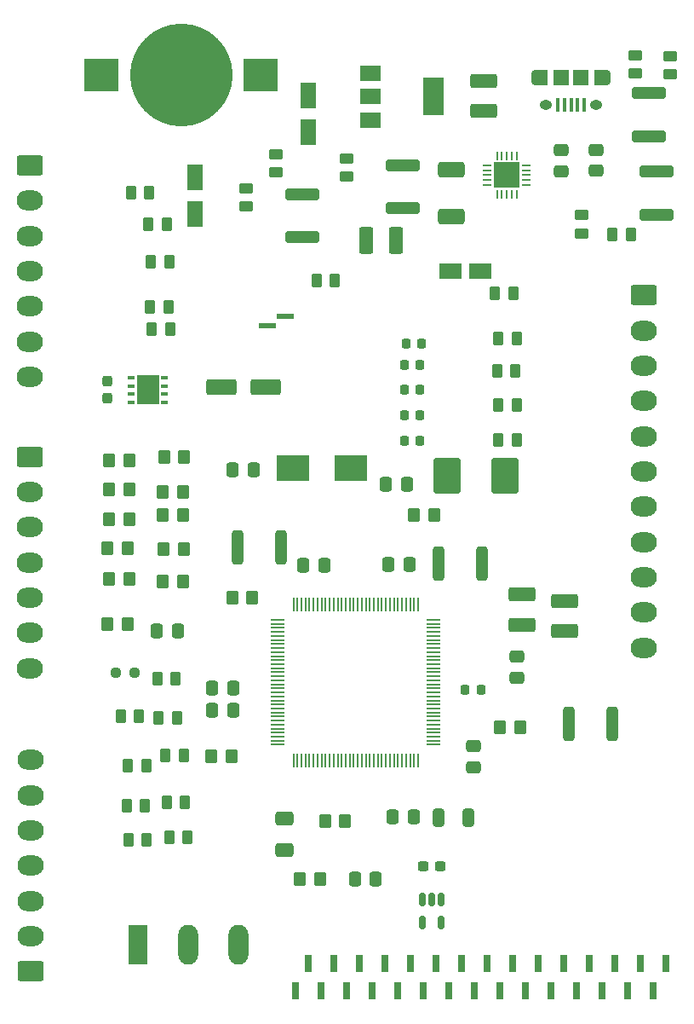
<source format=gbr>
%TF.GenerationSoftware,KiCad,Pcbnew,7.0.10*%
%TF.CreationDate,2024-02-23T13:31:41+03:00*%
%TF.ProjectId,Artorg_Board,4172746f-7267-45f4-926f-6172642e6b69,rev?*%
%TF.SameCoordinates,Original*%
%TF.FileFunction,Soldermask,Top*%
%TF.FilePolarity,Negative*%
%FSLAX46Y46*%
G04 Gerber Fmt 4.6, Leading zero omitted, Abs format (unit mm)*
G04 Created by KiCad (PCBNEW 7.0.10) date 2024-02-23 13:31:41*
%MOMM*%
%LPD*%
G01*
G04 APERTURE LIST*
G04 Aperture macros list*
%AMRoundRect*
0 Rectangle with rounded corners*
0 $1 Rounding radius*
0 $2 $3 $4 $5 $6 $7 $8 $9 X,Y pos of 4 corners*
0 Add a 4 corners polygon primitive as box body*
4,1,4,$2,$3,$4,$5,$6,$7,$8,$9,$2,$3,0*
0 Add four circle primitives for the rounded corners*
1,1,$1+$1,$2,$3*
1,1,$1+$1,$4,$5*
1,1,$1+$1,$6,$7*
1,1,$1+$1,$8,$9*
0 Add four rect primitives between the rounded corners*
20,1,$1+$1,$2,$3,$4,$5,0*
20,1,$1+$1,$4,$5,$6,$7,0*
20,1,$1+$1,$6,$7,$8,$9,0*
20,1,$1+$1,$8,$9,$2,$3,0*%
G04 Aperture macros list end*
%ADD10RoundRect,0.237500X0.237500X-0.300000X0.237500X0.300000X-0.237500X0.300000X-0.237500X-0.300000X0*%
%ADD11RoundRect,0.237500X0.300000X0.237500X-0.300000X0.237500X-0.300000X-0.237500X0.300000X-0.237500X0*%
%ADD12R,1.475000X0.200000*%
%ADD13R,0.200000X1.475000*%
%ADD14R,1.750000X0.600000*%
%ADD15RoundRect,0.250000X-0.350000X-0.450000X0.350000X-0.450000X0.350000X0.450000X-0.350000X0.450000X0*%
%ADD16R,2.500000X2.500000*%
%ADD17RoundRect,0.062500X0.350000X-0.062500X0.350000X0.062500X-0.350000X0.062500X-0.350000X-0.062500X0*%
%ADD18RoundRect,0.062500X0.062500X-0.350000X0.062500X0.350000X-0.062500X0.350000X-0.062500X-0.350000X0*%
%ADD19R,3.325000X2.500000*%
%ADD20RoundRect,0.150000X-0.150000X0.512500X-0.150000X-0.512500X0.150000X-0.512500X0.150000X0.512500X0*%
%ADD21R,2.000000X1.500000*%
%ADD22R,2.000000X3.800000*%
%ADD23R,2.200000X3.000000*%
%ADD24RoundRect,0.100000X-0.225000X-0.100000X0.225000X-0.100000X0.225000X0.100000X-0.225000X0.100000X0*%
%ADD25RoundRect,0.250000X-0.262500X-0.450000X0.262500X-0.450000X0.262500X0.450000X-0.262500X0.450000X0*%
%ADD26RoundRect,0.250000X0.350000X0.450000X-0.350000X0.450000X-0.350000X-0.450000X0.350000X-0.450000X0*%
%ADD27RoundRect,0.237500X0.250000X0.237500X-0.250000X0.237500X-0.250000X-0.237500X0.250000X-0.237500X0*%
%ADD28RoundRect,0.250000X0.262500X0.450000X-0.262500X0.450000X-0.262500X-0.450000X0.262500X-0.450000X0*%
%ADD29RoundRect,0.250000X0.450000X-0.262500X0.450000X0.262500X-0.450000X0.262500X-0.450000X-0.262500X0*%
%ADD30RoundRect,0.250000X-0.450000X0.262500X-0.450000X-0.262500X0.450000X-0.262500X0.450000X0.262500X0*%
%ADD31R,0.650000X1.800000*%
%ADD32R,1.980000X3.960000*%
%ADD33O,1.980000X3.960000*%
%ADD34RoundRect,0.250000X-1.050000X0.750000X-1.050000X-0.750000X1.050000X-0.750000X1.050000X0.750000X0*%
%ADD35O,2.600000X2.000000*%
%ADD36RoundRect,0.250000X1.050000X-0.750000X1.050000X0.750000X-1.050000X0.750000X-1.050000X-0.750000X0*%
%ADD37O,0.890000X1.550000*%
%ADD38R,1.500000X1.550000*%
%ADD39O,1.250000X0.950000*%
%ADD40R,1.200000X1.550000*%
%ADD41R,0.400000X1.350000*%
%ADD42RoundRect,0.249999X-1.075001X0.512501X-1.075001X-0.512501X1.075001X-0.512501X1.075001X0.512501X0*%
%ADD43RoundRect,0.250000X-0.312500X-1.450000X0.312500X-1.450000X0.312500X1.450000X-0.312500X1.450000X0*%
%ADD44RoundRect,0.250000X0.312500X1.450000X-0.312500X1.450000X-0.312500X-1.450000X0.312500X-1.450000X0*%
%ADD45RoundRect,0.250001X-1.074999X0.462499X-1.074999X-0.462499X1.074999X-0.462499X1.074999X0.462499X0*%
%ADD46RoundRect,0.250001X1.074999X-0.462499X1.074999X0.462499X-1.074999X0.462499X-1.074999X-0.462499X0*%
%ADD47RoundRect,0.250000X1.450000X-0.312500X1.450000X0.312500X-1.450000X0.312500X-1.450000X-0.312500X0*%
%ADD48RoundRect,0.250001X-0.462499X-1.074999X0.462499X-1.074999X0.462499X1.074999X-0.462499X1.074999X0*%
%ADD49RoundRect,0.250000X-0.650000X0.412500X-0.650000X-0.412500X0.650000X-0.412500X0.650000X0.412500X0*%
%ADD50RoundRect,0.250000X-0.325000X-0.650000X0.325000X-0.650000X0.325000X0.650000X-0.325000X0.650000X0*%
%ADD51RoundRect,0.250000X-0.337500X-0.475000X0.337500X-0.475000X0.337500X0.475000X-0.337500X0.475000X0*%
%ADD52RoundRect,0.225000X-0.225000X-0.250000X0.225000X-0.250000X0.225000X0.250000X-0.225000X0.250000X0*%
%ADD53RoundRect,0.250000X0.337500X0.475000X-0.337500X0.475000X-0.337500X-0.475000X0.337500X-0.475000X0*%
%ADD54RoundRect,0.250000X0.475000X-0.337500X0.475000X0.337500X-0.475000X0.337500X-0.475000X-0.337500X0*%
%ADD55RoundRect,0.250000X-0.475000X0.337500X-0.475000X-0.337500X0.475000X-0.337500X0.475000X0.337500X0*%
%ADD56RoundRect,0.250000X-1.112500X-1.500000X1.112500X-1.500000X1.112500X1.500000X-1.112500X1.500000X0*%
%ADD57RoundRect,0.250000X-1.250000X-0.550000X1.250000X-0.550000X1.250000X0.550000X-1.250000X0.550000X0*%
%ADD58RoundRect,0.250000X0.550000X-1.050000X0.550000X1.050000X-0.550000X1.050000X-0.550000X-1.050000X0*%
%ADD59R,2.200000X1.600000*%
%ADD60C,10.200000*%
%ADD61R,3.500000X3.300000*%
G04 APERTURE END LIST*
D10*
%TO.C,C25*%
X153466800Y-75023600D03*
X153466800Y-73298600D03*
%TD*%
D11*
%TO.C,C26*%
X186580400Y-121437400D03*
X184855400Y-121437400D03*
%TD*%
D12*
%TO.C,IC1*%
X170433800Y-97009200D03*
X170433800Y-97409200D03*
X170433800Y-97809200D03*
X170433800Y-98209200D03*
X170433800Y-98609200D03*
X170433800Y-99009200D03*
X170433800Y-99409200D03*
X170433800Y-99809200D03*
X170433800Y-100209200D03*
X170433800Y-100609200D03*
X170433800Y-101009200D03*
X170433800Y-101409200D03*
X170433800Y-101809200D03*
X170433800Y-102209200D03*
X170433800Y-102609200D03*
X170433800Y-103009200D03*
X170433800Y-103409200D03*
X170433800Y-103809200D03*
X170433800Y-104209200D03*
X170433800Y-104609200D03*
X170433800Y-105009200D03*
X170433800Y-105409200D03*
X170433800Y-105809200D03*
X170433800Y-106209200D03*
X170433800Y-106609200D03*
X170433800Y-107009200D03*
X170433800Y-107409200D03*
X170433800Y-107809200D03*
X170433800Y-108209200D03*
X170433800Y-108609200D03*
X170433800Y-109009200D03*
X170433800Y-109409200D03*
D13*
X171971800Y-110947200D03*
X172371800Y-110947200D03*
X172771800Y-110947200D03*
X173171800Y-110947200D03*
X173571800Y-110947200D03*
X173971800Y-110947200D03*
X174371800Y-110947200D03*
X174771800Y-110947200D03*
X175171800Y-110947200D03*
X175571800Y-110947200D03*
X175971800Y-110947200D03*
X176371800Y-110947200D03*
X176771800Y-110947200D03*
X177171800Y-110947200D03*
X177571800Y-110947200D03*
X177971800Y-110947200D03*
X178371800Y-110947200D03*
X178771800Y-110947200D03*
X179171800Y-110947200D03*
X179571800Y-110947200D03*
X179971800Y-110947200D03*
X180371800Y-110947200D03*
X180771800Y-110947200D03*
X181171800Y-110947200D03*
X181571800Y-110947200D03*
X181971800Y-110947200D03*
X182371800Y-110947200D03*
X182771800Y-110947200D03*
X183171800Y-110947200D03*
X183571800Y-110947200D03*
X183971800Y-110947200D03*
X184371800Y-110947200D03*
D12*
X185909800Y-109409200D03*
X185909800Y-109009200D03*
X185909800Y-108609200D03*
X185909800Y-108209200D03*
X185909800Y-107809200D03*
X185909800Y-107409200D03*
X185909800Y-107009200D03*
X185909800Y-106609200D03*
X185909800Y-106209200D03*
X185909800Y-105809200D03*
X185909800Y-105409200D03*
X185909800Y-105009200D03*
X185909800Y-104609200D03*
X185909800Y-104209200D03*
X185909800Y-103809200D03*
X185909800Y-103409200D03*
X185909800Y-103009200D03*
X185909800Y-102609200D03*
X185909800Y-102209200D03*
X185909800Y-101809200D03*
X185909800Y-101409200D03*
X185909800Y-101009200D03*
X185909800Y-100609200D03*
X185909800Y-100209200D03*
X185909800Y-99809200D03*
X185909800Y-99409200D03*
X185909800Y-99009200D03*
X185909800Y-98609200D03*
X185909800Y-98209200D03*
X185909800Y-97809200D03*
X185909800Y-97409200D03*
X185909800Y-97009200D03*
D13*
X184371800Y-95471200D03*
X183971800Y-95471200D03*
X183571800Y-95471200D03*
X183171800Y-95471200D03*
X182771800Y-95471200D03*
X182371800Y-95471200D03*
X181971800Y-95471200D03*
X181571800Y-95471200D03*
X181171800Y-95471200D03*
X180771800Y-95471200D03*
X180371800Y-95471200D03*
X179971800Y-95471200D03*
X179571800Y-95471200D03*
X179171800Y-95471200D03*
X178771800Y-95471200D03*
X178371800Y-95471200D03*
X177971800Y-95471200D03*
X177571800Y-95471200D03*
X177171800Y-95471200D03*
X176771800Y-95471200D03*
X176371800Y-95471200D03*
X175971800Y-95471200D03*
X175571800Y-95471200D03*
X175171800Y-95471200D03*
X174771800Y-95471200D03*
X174371800Y-95471200D03*
X173971800Y-95471200D03*
X173571800Y-95471200D03*
X173171800Y-95471200D03*
X172771800Y-95471200D03*
X172371800Y-95471200D03*
X171971800Y-95471200D03*
%TD*%
D14*
%TO.C,J8*%
X171170600Y-66827400D03*
X169420600Y-67827400D03*
%TD*%
D15*
%TO.C,R32*%
X153482800Y-89916000D03*
X155482800Y-89916000D03*
%TD*%
D16*
%TO.C,U3*%
X193207800Y-52847400D03*
D17*
X191270300Y-53847400D03*
X191270300Y-53347400D03*
X191270300Y-52847400D03*
X191270300Y-52347400D03*
X191270300Y-51847400D03*
D18*
X192207800Y-50909900D03*
X192707800Y-50909900D03*
X193207800Y-50909900D03*
X193707800Y-50909900D03*
X194207800Y-50909900D03*
D17*
X195145300Y-51847400D03*
X195145300Y-52347400D03*
X195145300Y-52847400D03*
X195145300Y-53347400D03*
X195145300Y-53847400D03*
D18*
X194207800Y-54784900D03*
X193707800Y-54784900D03*
X193207800Y-54784900D03*
X192707800Y-54784900D03*
X192207800Y-54784900D03*
%TD*%
D19*
%TO.C,Y1*%
X171890300Y-81965800D03*
X177715300Y-81965800D03*
%TD*%
D20*
%TO.C,U4*%
X186659600Y-124750400D03*
X185709600Y-124750400D03*
X184759600Y-124750400D03*
X184759600Y-127025400D03*
X186659600Y-127025400D03*
%TD*%
D21*
%TO.C,U2*%
X179627000Y-42759600D03*
D22*
X185927000Y-45059600D03*
D21*
X179627000Y-45059600D03*
X179627000Y-47359600D03*
%TD*%
D23*
%TO.C,U1*%
X157506400Y-74174200D03*
D24*
X159156400Y-72974200D03*
X159156400Y-73774200D03*
X159156400Y-74574200D03*
X159156400Y-75374200D03*
X155856400Y-75374200D03*
X155856400Y-74574200D03*
X155856400Y-73774200D03*
X155856400Y-72974200D03*
%TD*%
D25*
%TO.C,R45*%
X174271800Y-63322200D03*
X176096800Y-63322200D03*
%TD*%
D15*
%TO.C,R44*%
X165894000Y-94843600D03*
X167894000Y-94843600D03*
%TD*%
D26*
%TO.C,R43*%
X185988200Y-86614000D03*
X183988200Y-86614000D03*
%TD*%
%TO.C,R42*%
X194532000Y-107645200D03*
X192532000Y-107645200D03*
%TD*%
%TO.C,R41*%
X177107600Y-116967000D03*
X175107600Y-116967000D03*
%TD*%
%TO.C,R40*%
X174643800Y-122707400D03*
X172643800Y-122707400D03*
%TD*%
D15*
%TO.C,R39*%
X159010600Y-93192600D03*
X161010600Y-93192600D03*
%TD*%
%TO.C,R38*%
X159061400Y-89941400D03*
X161061400Y-89941400D03*
%TD*%
%TO.C,R37*%
X159010600Y-86563200D03*
X161010600Y-86563200D03*
%TD*%
%TO.C,R36*%
X158985200Y-84302600D03*
X160985200Y-84302600D03*
%TD*%
%TO.C,R35*%
X159121600Y-80848200D03*
X161121600Y-80848200D03*
%TD*%
%TO.C,R34*%
X153473400Y-97459800D03*
X155473400Y-97459800D03*
%TD*%
%TO.C,R33*%
X153651200Y-92938600D03*
X155651200Y-92938600D03*
%TD*%
%TO.C,R31*%
X155651200Y-87038600D03*
X153651200Y-87038600D03*
%TD*%
%TO.C,R30*%
X153651200Y-84088600D03*
X155651200Y-84088600D03*
%TD*%
%TO.C,R29*%
X153651200Y-81138600D03*
X155651200Y-81138600D03*
%TD*%
D26*
%TO.C,R28*%
X165804600Y-110540800D03*
X163804600Y-110540800D03*
%TD*%
D27*
%TO.C,R27*%
X156159200Y-102260400D03*
X154334200Y-102260400D03*
%TD*%
D28*
%TO.C,R26*%
X157403800Y-118872000D03*
X155578800Y-118872000D03*
%TD*%
%TO.C,R25*%
X157200600Y-115468400D03*
X155375600Y-115468400D03*
%TD*%
%TO.C,R24*%
X157351100Y-111506000D03*
X155526100Y-111506000D03*
%TD*%
%TO.C,R23*%
X156616400Y-106603800D03*
X154791400Y-106603800D03*
%TD*%
D25*
%TO.C,R22*%
X158423600Y-102844600D03*
X160248600Y-102844600D03*
%TD*%
%TO.C,R21*%
X159642800Y-118592600D03*
X161467800Y-118592600D03*
%TD*%
%TO.C,R20*%
X159388800Y-115163600D03*
X161213800Y-115163600D03*
%TD*%
%TO.C,R19*%
X161086800Y-110464600D03*
X159261800Y-110464600D03*
%TD*%
%TO.C,R18*%
X158550600Y-106756200D03*
X160375600Y-106756200D03*
%TD*%
%TO.C,R17*%
X157890200Y-68148200D03*
X159715200Y-68148200D03*
%TD*%
%TO.C,R16*%
X157712400Y-65913000D03*
X159537400Y-65913000D03*
%TD*%
%TO.C,R15*%
X157814000Y-61442600D03*
X159639000Y-61442600D03*
%TD*%
%TO.C,R14*%
X157558100Y-57683400D03*
X159383100Y-57683400D03*
%TD*%
%TO.C,R13*%
X155807400Y-54584600D03*
X157632400Y-54584600D03*
%TD*%
D28*
%TO.C,R12*%
X194181100Y-79171800D03*
X192356100Y-79171800D03*
%TD*%
%TO.C,R11*%
X194155700Y-75666600D03*
X192330700Y-75666600D03*
%TD*%
%TO.C,R10*%
X194054100Y-72313800D03*
X192229100Y-72313800D03*
%TD*%
%TO.C,R9*%
X194155700Y-69088000D03*
X192330700Y-69088000D03*
%TD*%
%TO.C,R8*%
X193827400Y-64541400D03*
X192002400Y-64541400D03*
%TD*%
D29*
%TO.C,R7*%
X205943200Y-42746300D03*
X205943200Y-40921300D03*
%TD*%
%TO.C,R6*%
X209473800Y-42846000D03*
X209473800Y-41021000D03*
%TD*%
%TO.C,R5*%
X167308400Y-55952400D03*
X167308400Y-54127400D03*
%TD*%
D30*
%TO.C,R4*%
X177290600Y-51184800D03*
X177290600Y-53009800D03*
%TD*%
D28*
%TO.C,R3*%
X205511400Y-58724800D03*
X203686400Y-58724800D03*
%TD*%
D30*
%TO.C,R2*%
X200609200Y-56798200D03*
X200609200Y-58623200D03*
%TD*%
%TO.C,R1*%
X170229400Y-50753000D03*
X170229400Y-52578000D03*
%TD*%
D31*
%TO.C,J7*%
X208991200Y-131114800D03*
X207721200Y-133814800D03*
X206451200Y-131114800D03*
X205181200Y-133814800D03*
X203911200Y-131114800D03*
X202641200Y-133814800D03*
X201371200Y-131114800D03*
X200101200Y-133814800D03*
X198831200Y-131114800D03*
X197561200Y-133814800D03*
X196291200Y-131114800D03*
X195021200Y-133814800D03*
X193751200Y-131114800D03*
X192481200Y-133814800D03*
X191211200Y-131114800D03*
X189941200Y-133814800D03*
X188671200Y-131114800D03*
X187401200Y-133814800D03*
X186131200Y-131114800D03*
X184861200Y-133814800D03*
X183591200Y-131114800D03*
X182321200Y-133814800D03*
X181051200Y-131114800D03*
X179781200Y-133814800D03*
X178511200Y-131114800D03*
X177241200Y-133814800D03*
X175971200Y-131114800D03*
X174701200Y-133814800D03*
X173431200Y-131114800D03*
X172161200Y-133814800D03*
%TD*%
D32*
%TO.C,J6*%
X156528400Y-129296000D03*
D33*
X161528400Y-129296000D03*
X166528400Y-129296000D03*
%TD*%
D34*
%TO.C,J5*%
X145745200Y-80803200D03*
D35*
X145745200Y-84303200D03*
X145745200Y-87803200D03*
X145745200Y-91303200D03*
X145745200Y-94803200D03*
X145745200Y-98303200D03*
X145745200Y-101803200D03*
%TD*%
D34*
%TO.C,J4*%
X145796000Y-51882400D03*
D35*
X145796000Y-55382400D03*
X145796000Y-58882400D03*
X145796000Y-62382400D03*
X145796000Y-65882400D03*
X145796000Y-69382400D03*
X145796000Y-72882400D03*
%TD*%
D36*
%TO.C,J3*%
X145821400Y-131921800D03*
D35*
X145821400Y-128421800D03*
X145821400Y-124921800D03*
X145821400Y-121421800D03*
X145821400Y-117921800D03*
X145821400Y-114421800D03*
X145821400Y-110921800D03*
%TD*%
D34*
%TO.C,J2*%
X206781400Y-64771200D03*
D35*
X206781400Y-68271200D03*
X206781400Y-71771200D03*
X206781400Y-75271200D03*
X206781400Y-78771200D03*
X206781400Y-82271200D03*
X206781400Y-85771200D03*
X206781400Y-89271200D03*
X206781400Y-92771200D03*
X206781400Y-96271200D03*
X206781400Y-99771200D03*
%TD*%
D37*
%TO.C,J1*%
X203077200Y-43154600D03*
D38*
X200577200Y-43154600D03*
D39*
X202077200Y-45854600D03*
D40*
X196677200Y-43154600D03*
D37*
X196077200Y-43154600D03*
D38*
X198577200Y-43154600D03*
D39*
X197077200Y-45854600D03*
D40*
X202477200Y-43154600D03*
D41*
X198277200Y-45854600D03*
X198927200Y-45854600D03*
X199577200Y-45854600D03*
X200227200Y-45854600D03*
X200877200Y-45854600D03*
%TD*%
D42*
%TO.C,FB1*%
X187680600Y-52297900D03*
X187680600Y-56972900D03*
%TD*%
D43*
%TO.C,D11*%
X166442300Y-89839800D03*
X170717300Y-89839800D03*
%TD*%
D44*
%TO.C,D10*%
X190707100Y-91414600D03*
X186432100Y-91414600D03*
%TD*%
%TO.C,D9*%
X203635700Y-107365800D03*
X199360700Y-107365800D03*
%TD*%
D45*
%TO.C,D8*%
X194665600Y-94499100D03*
X194665600Y-97474100D03*
%TD*%
D46*
%TO.C,D7*%
X198932800Y-98083700D03*
X198932800Y-95108700D03*
%TD*%
D47*
%TO.C,D6*%
X207340200Y-48996600D03*
X207340200Y-44721600D03*
%TD*%
%TO.C,D5*%
X208051400Y-56769000D03*
X208051400Y-52494000D03*
%TD*%
%TO.C,D4*%
X172820200Y-59008100D03*
X172820200Y-54733100D03*
%TD*%
%TO.C,D3*%
X182853200Y-56141800D03*
X182853200Y-51866800D03*
%TD*%
D48*
%TO.C,D2*%
X182181700Y-59359800D03*
X179206700Y-59359800D03*
%TD*%
D46*
%TO.C,D1*%
X190855600Y-46459800D03*
X190855600Y-43484800D03*
%TD*%
D49*
%TO.C,C28*%
X171069000Y-116750700D03*
X171069000Y-119875700D03*
%TD*%
D50*
%TO.C,C27*%
X186381600Y-116611400D03*
X189331600Y-116611400D03*
%TD*%
D51*
%TO.C,C24*%
X178104800Y-122707400D03*
X180179800Y-122707400D03*
%TD*%
D52*
%TO.C,C23*%
X182981000Y-79197200D03*
X184531000Y-79197200D03*
%TD*%
%TO.C,C22*%
X182981000Y-76687200D03*
X184531000Y-76687200D03*
%TD*%
%TO.C,C21*%
X182981000Y-74177200D03*
X184531000Y-74177200D03*
%TD*%
%TO.C,C20*%
X182981000Y-71667200D03*
X184531000Y-71667200D03*
%TD*%
%TO.C,C19*%
X183195200Y-69607000D03*
X184745200Y-69607000D03*
%TD*%
%TO.C,C18*%
X189051600Y-103911400D03*
X190601600Y-103911400D03*
%TD*%
D51*
%TO.C,C17*%
X181182100Y-83566000D03*
X183257100Y-83566000D03*
%TD*%
D53*
%TO.C,C16*%
X167995600Y-82118200D03*
X165920600Y-82118200D03*
%TD*%
D51*
%TO.C,C15*%
X163914000Y-103759000D03*
X165989000Y-103759000D03*
%TD*%
%TO.C,C14*%
X181871800Y-116560600D03*
X183946800Y-116560600D03*
%TD*%
%TO.C,C13*%
X181436100Y-91516200D03*
X183511100Y-91516200D03*
%TD*%
D53*
%TO.C,C12*%
X160473300Y-98145600D03*
X158398300Y-98145600D03*
%TD*%
D54*
%TO.C,C11*%
X194233800Y-102760600D03*
X194233800Y-100685600D03*
%TD*%
D55*
%TO.C,C10*%
X189915800Y-109558000D03*
X189915800Y-111633000D03*
%TD*%
D53*
%TO.C,C9*%
X175023600Y-91592400D03*
X172948600Y-91592400D03*
%TD*%
D56*
%TO.C,C8*%
X187281900Y-82727800D03*
X193006900Y-82727800D03*
%TD*%
D57*
%TO.C,C7*%
X164840200Y-73914000D03*
X169240200Y-73914000D03*
%TD*%
D58*
%TO.C,C6*%
X173455200Y-48536000D03*
X173455200Y-44936000D03*
%TD*%
D51*
%TO.C,C5*%
X163906200Y-105968800D03*
X165981200Y-105968800D03*
%TD*%
D55*
%TO.C,C4*%
X202082400Y-50321300D03*
X202082400Y-52396300D03*
%TD*%
D59*
%TO.C,C3*%
X190550800Y-62407800D03*
X187550800Y-62407800D03*
%TD*%
D54*
%TO.C,C2*%
X198602600Y-52447100D03*
X198602600Y-50372100D03*
%TD*%
D58*
%TO.C,C1*%
X162228400Y-56664000D03*
X162228400Y-53064000D03*
%TD*%
D60*
%TO.C,BT1*%
X160806600Y-42926000D03*
D61*
X168706600Y-42926000D03*
X152906600Y-42926000D03*
%TD*%
M02*

</source>
